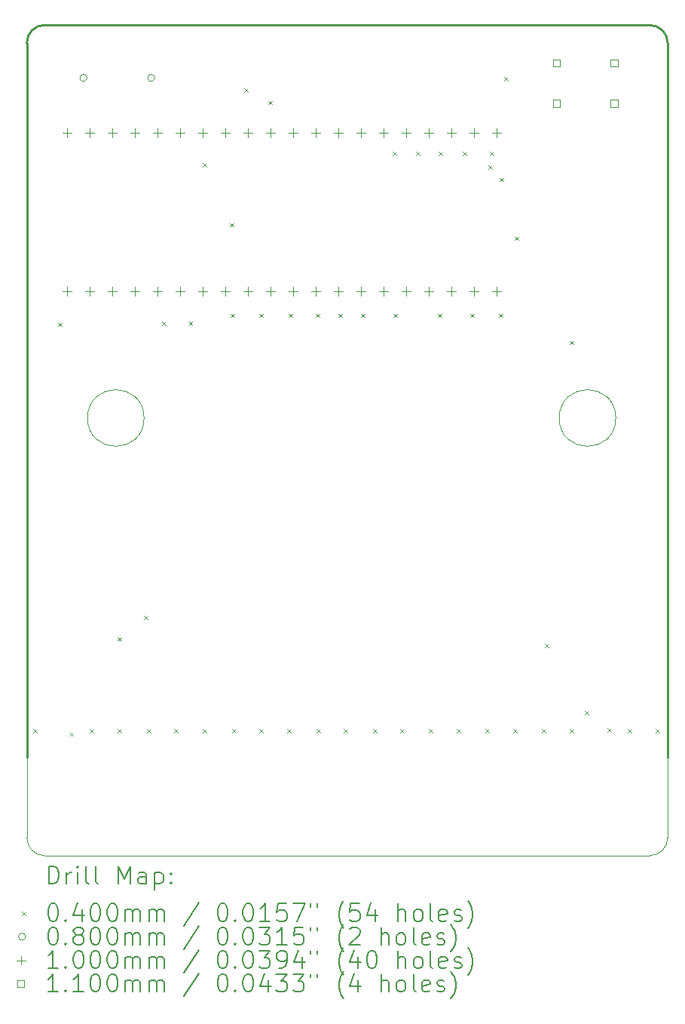
<source format=gbr>
%TF.GenerationSoftware,KiCad,Pcbnew,8.0.5*%
%TF.CreationDate,2024-10-04T03:51:19+02:00*%
%TF.ProjectId,SD-10005v,53442d31-3030-4303-9576-2e6b69636164,rev?*%
%TF.SameCoordinates,Original*%
%TF.FileFunction,Drillmap*%
%TF.FilePolarity,Positive*%
%FSLAX45Y45*%
G04 Gerber Fmt 4.5, Leading zero omitted, Abs format (unit mm)*
G04 Created by KiCad (PCBNEW 8.0.5) date 2024-10-04 03:51:19*
%MOMM*%
%LPD*%
G01*
G04 APERTURE LIST*
%ADD10C,0.100000*%
%ADD11C,0.254000*%
%ADD12C,0.120000*%
%ADD13C,0.200000*%
%ADD14C,0.110000*%
G04 APERTURE END LIST*
D10*
X13817500Y-7500000D02*
G75*
G02*
X13182500Y-7500000I-317500J0D01*
G01*
X13182500Y-7500000D02*
G75*
G02*
X13817500Y-7500000I317500J0D01*
G01*
D11*
X7400000Y-3091340D02*
X14200001Y-3091340D01*
D10*
X8517500Y-7500000D02*
G75*
G02*
X7882500Y-7500000I-317500J0D01*
G01*
X7882500Y-7500000D02*
G75*
G02*
X8517500Y-7500000I317500J0D01*
G01*
D11*
X7200000Y-3291340D02*
G75*
G02*
X7400000Y-3091340I200000J0D01*
G01*
X14400000Y-11310000D02*
X14400000Y-3291339D01*
X14200001Y-3091340D02*
G75*
G02*
X14400000Y-3291340I-1J-200000D01*
G01*
X7200000Y-11310000D02*
X7200000Y-3291340D01*
D12*
X7200000Y-12210000D02*
X7200000Y-11310000D01*
X7400000Y-12410000D02*
X14180000Y-12410000D01*
X14200000Y-12410000D02*
X14180000Y-12410000D01*
X14400000Y-12210000D02*
X14400000Y-11310000D01*
X7400000Y-12410000D02*
G75*
G02*
X7200000Y-12210000I0J200000D01*
G01*
X14400000Y-12210000D02*
G75*
G02*
X14200000Y-12410000I-200000J0D01*
G01*
D13*
D10*
X7269800Y-10990900D02*
X7309800Y-11030900D01*
X7309800Y-10990900D02*
X7269800Y-11030900D01*
X7549200Y-6431600D02*
X7589200Y-6471600D01*
X7589200Y-6431600D02*
X7549200Y-6471600D01*
X7683720Y-11027760D02*
X7723720Y-11067760D01*
X7723720Y-11027760D02*
X7683720Y-11067760D01*
X7904800Y-10990900D02*
X7944800Y-11030900D01*
X7944800Y-10990900D02*
X7904800Y-11030900D01*
X8222300Y-9962200D02*
X8262300Y-10002200D01*
X8262300Y-9962200D02*
X8222300Y-10002200D01*
X8222300Y-10990900D02*
X8262300Y-11030900D01*
X8262300Y-10990900D02*
X8222300Y-11030900D01*
X8514400Y-9720900D02*
X8554400Y-9760900D01*
X8554400Y-9720900D02*
X8514400Y-9760900D01*
X8552500Y-10990900D02*
X8592500Y-11030900D01*
X8592500Y-10990900D02*
X8552500Y-11030900D01*
X8722100Y-6418900D02*
X8762100Y-6458900D01*
X8762100Y-6418900D02*
X8722100Y-6458900D01*
X8857300Y-10990900D02*
X8897300Y-11030900D01*
X8897300Y-10990900D02*
X8857300Y-11030900D01*
X9020000Y-6418900D02*
X9060000Y-6458900D01*
X9060000Y-6418900D02*
X9020000Y-6458900D01*
X9174800Y-4640900D02*
X9214800Y-4680900D01*
X9214800Y-4640900D02*
X9174800Y-4680900D01*
X9174800Y-10990900D02*
X9214800Y-11030900D01*
X9214800Y-10990900D02*
X9174800Y-11030900D01*
X9479600Y-5314000D02*
X9519600Y-5354000D01*
X9519600Y-5314000D02*
X9479600Y-5354000D01*
X9492300Y-6330000D02*
X9532300Y-6370000D01*
X9532300Y-6330000D02*
X9492300Y-6370000D01*
X9505000Y-10990900D02*
X9545000Y-11030900D01*
X9545000Y-10990900D02*
X9505000Y-11030900D01*
X9644700Y-3802700D02*
X9684700Y-3842700D01*
X9684700Y-3802700D02*
X9644700Y-3842700D01*
X9809800Y-6330000D02*
X9849800Y-6370000D01*
X9849800Y-6330000D02*
X9809800Y-6370000D01*
X9809800Y-10990900D02*
X9849800Y-11030900D01*
X9849800Y-10990900D02*
X9809800Y-11030900D01*
X9911400Y-3942400D02*
X9951400Y-3982400D01*
X9951400Y-3942400D02*
X9911400Y-3982400D01*
X10127300Y-10990900D02*
X10167300Y-11030900D01*
X10167300Y-10990900D02*
X10127300Y-11030900D01*
X10140000Y-6330000D02*
X10180000Y-6370000D01*
X10180000Y-6330000D02*
X10140000Y-6370000D01*
X10444800Y-6330000D02*
X10484800Y-6370000D01*
X10484800Y-6330000D02*
X10444800Y-6370000D01*
X10457500Y-10990900D02*
X10497500Y-11030900D01*
X10497500Y-10990900D02*
X10457500Y-11030900D01*
X10698800Y-6330000D02*
X10738800Y-6370000D01*
X10738800Y-6330000D02*
X10698800Y-6370000D01*
X10762300Y-10990900D02*
X10802300Y-11030900D01*
X10802300Y-10990900D02*
X10762300Y-11030900D01*
X10952800Y-6330000D02*
X10992800Y-6370000D01*
X10992800Y-6330000D02*
X10952800Y-6370000D01*
X11092500Y-10990900D02*
X11132500Y-11030900D01*
X11132500Y-10990900D02*
X11092500Y-11030900D01*
X11308400Y-4513900D02*
X11348400Y-4553900D01*
X11348400Y-4513900D02*
X11308400Y-4553900D01*
X11321100Y-6330000D02*
X11361100Y-6370000D01*
X11361100Y-6330000D02*
X11321100Y-6370000D01*
X11397300Y-10990900D02*
X11437300Y-11030900D01*
X11437300Y-10990900D02*
X11397300Y-11030900D01*
X11575100Y-4513900D02*
X11615100Y-4553900D01*
X11615100Y-4513900D02*
X11575100Y-4553900D01*
X11714800Y-10990900D02*
X11754800Y-11030900D01*
X11754800Y-10990900D02*
X11714800Y-11030900D01*
X11816400Y-6330000D02*
X11856400Y-6370000D01*
X11856400Y-6330000D02*
X11816400Y-6370000D01*
X11829100Y-4513900D02*
X11869100Y-4553900D01*
X11869100Y-4513900D02*
X11829100Y-4553900D01*
X12032300Y-10990900D02*
X12072300Y-11030900D01*
X12072300Y-10990900D02*
X12032300Y-11030900D01*
X12095800Y-4513900D02*
X12135800Y-4553900D01*
X12135800Y-4513900D02*
X12095800Y-4553900D01*
X12184700Y-6330000D02*
X12224700Y-6370000D01*
X12224700Y-6330000D02*
X12184700Y-6370000D01*
X12349800Y-10990900D02*
X12389800Y-11030900D01*
X12389800Y-10990900D02*
X12349800Y-11030900D01*
X12387900Y-4666300D02*
X12427900Y-4706300D01*
X12427900Y-4666300D02*
X12387900Y-4706300D01*
X12400600Y-4513900D02*
X12440600Y-4553900D01*
X12440600Y-4513900D02*
X12400600Y-4553900D01*
X12502200Y-6330000D02*
X12542200Y-6370000D01*
X12542200Y-6330000D02*
X12502200Y-6370000D01*
X12514900Y-4806000D02*
X12554900Y-4846000D01*
X12554900Y-4806000D02*
X12514900Y-4846000D01*
X12565700Y-3675700D02*
X12605700Y-3715700D01*
X12605700Y-3675700D02*
X12565700Y-3715700D01*
X12667300Y-10990900D02*
X12707300Y-11030900D01*
X12707300Y-10990900D02*
X12667300Y-11030900D01*
X12680000Y-5466400D02*
X12720000Y-5506400D01*
X12720000Y-5466400D02*
X12680000Y-5506400D01*
X12984800Y-10990900D02*
X13024800Y-11030900D01*
X13024800Y-10990900D02*
X12984800Y-11030900D01*
X13020790Y-10033340D02*
X13060790Y-10073340D01*
X13060790Y-10033340D02*
X13020790Y-10073340D01*
X13302300Y-6634800D02*
X13342300Y-6674800D01*
X13342300Y-6634800D02*
X13302300Y-6674800D01*
X13302300Y-10990900D02*
X13342300Y-11030900D01*
X13342300Y-10990900D02*
X13302300Y-11030900D01*
X13472000Y-10787700D02*
X13512000Y-10827700D01*
X13512000Y-10787700D02*
X13472000Y-10827700D01*
X13724720Y-10981660D02*
X13764720Y-11021660D01*
X13764720Y-10981660D02*
X13724720Y-11021660D01*
X13950000Y-10990900D02*
X13990000Y-11030900D01*
X13990000Y-10990900D02*
X13950000Y-11030900D01*
X14267500Y-10990900D02*
X14307500Y-11030900D01*
X14307500Y-10990900D02*
X14267500Y-11030900D01*
X7875900Y-3683000D02*
G75*
G02*
X7795900Y-3683000I-40000J0D01*
G01*
X7795900Y-3683000D02*
G75*
G02*
X7875900Y-3683000I40000J0D01*
G01*
X8637900Y-3683000D02*
G75*
G02*
X8557900Y-3683000I-40000J0D01*
G01*
X8557900Y-3683000D02*
G75*
G02*
X8637900Y-3683000I40000J0D01*
G01*
X7650000Y-4250000D02*
X7650000Y-4350000D01*
X7600000Y-4300000D02*
X7700000Y-4300000D01*
X7652000Y-6030000D02*
X7652000Y-6130000D01*
X7602000Y-6080000D02*
X7702000Y-6080000D01*
X7904000Y-4250000D02*
X7904000Y-4350000D01*
X7854000Y-4300000D02*
X7954000Y-4300000D01*
X7906000Y-6030000D02*
X7906000Y-6130000D01*
X7856000Y-6080000D02*
X7956000Y-6080000D01*
X8158000Y-4250000D02*
X8158000Y-4350000D01*
X8108000Y-4300000D02*
X8208000Y-4300000D01*
X8160000Y-6030000D02*
X8160000Y-6130000D01*
X8110000Y-6080000D02*
X8210000Y-6080000D01*
X8412000Y-4250000D02*
X8412000Y-4350000D01*
X8362000Y-4300000D02*
X8462000Y-4300000D01*
X8414000Y-6030000D02*
X8414000Y-6130000D01*
X8364000Y-6080000D02*
X8464000Y-6080000D01*
X8666000Y-4250000D02*
X8666000Y-4350000D01*
X8616000Y-4300000D02*
X8716000Y-4300000D01*
X8668000Y-6030000D02*
X8668000Y-6130000D01*
X8618000Y-6080000D02*
X8718000Y-6080000D01*
X8920000Y-4250000D02*
X8920000Y-4350000D01*
X8870000Y-4300000D02*
X8970000Y-4300000D01*
X8922000Y-6030000D02*
X8922000Y-6130000D01*
X8872000Y-6080000D02*
X8972000Y-6080000D01*
X9174000Y-4250000D02*
X9174000Y-4350000D01*
X9124000Y-4300000D02*
X9224000Y-4300000D01*
X9176000Y-6030000D02*
X9176000Y-6130000D01*
X9126000Y-6080000D02*
X9226000Y-6080000D01*
X9428000Y-4250000D02*
X9428000Y-4350000D01*
X9378000Y-4300000D02*
X9478000Y-4300000D01*
X9430000Y-6030000D02*
X9430000Y-6130000D01*
X9380000Y-6080000D02*
X9480000Y-6080000D01*
X9682000Y-4250000D02*
X9682000Y-4350000D01*
X9632000Y-4300000D02*
X9732000Y-4300000D01*
X9684000Y-6030000D02*
X9684000Y-6130000D01*
X9634000Y-6080000D02*
X9734000Y-6080000D01*
X9936000Y-4250000D02*
X9936000Y-4350000D01*
X9886000Y-4300000D02*
X9986000Y-4300000D01*
X9938000Y-6030000D02*
X9938000Y-6130000D01*
X9888000Y-6080000D02*
X9988000Y-6080000D01*
X10190000Y-4250000D02*
X10190000Y-4350000D01*
X10140000Y-4300000D02*
X10240000Y-4300000D01*
X10192000Y-6030000D02*
X10192000Y-6130000D01*
X10142000Y-6080000D02*
X10242000Y-6080000D01*
X10444000Y-4250000D02*
X10444000Y-4350000D01*
X10394000Y-4300000D02*
X10494000Y-4300000D01*
X10446000Y-6030000D02*
X10446000Y-6130000D01*
X10396000Y-6080000D02*
X10496000Y-6080000D01*
X10698000Y-4250000D02*
X10698000Y-4350000D01*
X10648000Y-4300000D02*
X10748000Y-4300000D01*
X10700000Y-6030000D02*
X10700000Y-6130000D01*
X10650000Y-6080000D02*
X10750000Y-6080000D01*
X10952000Y-4250000D02*
X10952000Y-4350000D01*
X10902000Y-4300000D02*
X11002000Y-4300000D01*
X10954000Y-6030000D02*
X10954000Y-6130000D01*
X10904000Y-6080000D02*
X11004000Y-6080000D01*
X11206000Y-4250000D02*
X11206000Y-4350000D01*
X11156000Y-4300000D02*
X11256000Y-4300000D01*
X11208000Y-6030000D02*
X11208000Y-6130000D01*
X11158000Y-6080000D02*
X11258000Y-6080000D01*
X11460000Y-4250000D02*
X11460000Y-4350000D01*
X11410000Y-4300000D02*
X11510000Y-4300000D01*
X11462000Y-6030000D02*
X11462000Y-6130000D01*
X11412000Y-6080000D02*
X11512000Y-6080000D01*
X11714000Y-4250000D02*
X11714000Y-4350000D01*
X11664000Y-4300000D02*
X11764000Y-4300000D01*
X11716000Y-6030000D02*
X11716000Y-6130000D01*
X11666000Y-6080000D02*
X11766000Y-6080000D01*
X11968000Y-4250000D02*
X11968000Y-4350000D01*
X11918000Y-4300000D02*
X12018000Y-4300000D01*
X11970000Y-6030000D02*
X11970000Y-6130000D01*
X11920000Y-6080000D02*
X12020000Y-6080000D01*
X12222000Y-4250000D02*
X12222000Y-4350000D01*
X12172000Y-4300000D02*
X12272000Y-4300000D01*
X12224000Y-6030000D02*
X12224000Y-6130000D01*
X12174000Y-6080000D02*
X12274000Y-6080000D01*
X12476000Y-4250000D02*
X12476000Y-4350000D01*
X12426000Y-4300000D02*
X12526000Y-4300000D01*
X12478000Y-6030000D02*
X12478000Y-6130000D01*
X12428000Y-6080000D02*
X12528000Y-6080000D01*
D14*
X13188891Y-3558891D02*
X13188891Y-3481109D01*
X13111109Y-3481109D01*
X13111109Y-3558891D01*
X13188891Y-3558891D01*
X13188891Y-4008891D02*
X13188891Y-3931109D01*
X13111109Y-3931109D01*
X13111109Y-4008891D01*
X13188891Y-4008891D01*
X13838891Y-3558891D02*
X13838891Y-3481109D01*
X13761109Y-3481109D01*
X13761109Y-3558891D01*
X13838891Y-3558891D01*
X13838891Y-4008891D02*
X13838891Y-3931109D01*
X13761109Y-3931109D01*
X13761109Y-4008891D01*
X13838891Y-4008891D01*
D13*
X7448077Y-12727484D02*
X7448077Y-12527484D01*
X7448077Y-12527484D02*
X7495696Y-12527484D01*
X7495696Y-12527484D02*
X7524267Y-12537008D01*
X7524267Y-12537008D02*
X7543315Y-12556055D01*
X7543315Y-12556055D02*
X7552839Y-12575103D01*
X7552839Y-12575103D02*
X7562362Y-12613198D01*
X7562362Y-12613198D02*
X7562362Y-12641769D01*
X7562362Y-12641769D02*
X7552839Y-12679865D01*
X7552839Y-12679865D02*
X7543315Y-12698912D01*
X7543315Y-12698912D02*
X7524267Y-12717960D01*
X7524267Y-12717960D02*
X7495696Y-12727484D01*
X7495696Y-12727484D02*
X7448077Y-12727484D01*
X7648077Y-12727484D02*
X7648077Y-12594150D01*
X7648077Y-12632246D02*
X7657601Y-12613198D01*
X7657601Y-12613198D02*
X7667124Y-12603674D01*
X7667124Y-12603674D02*
X7686172Y-12594150D01*
X7686172Y-12594150D02*
X7705220Y-12594150D01*
X7771886Y-12727484D02*
X7771886Y-12594150D01*
X7771886Y-12527484D02*
X7762362Y-12537008D01*
X7762362Y-12537008D02*
X7771886Y-12546531D01*
X7771886Y-12546531D02*
X7781410Y-12537008D01*
X7781410Y-12537008D02*
X7771886Y-12527484D01*
X7771886Y-12527484D02*
X7771886Y-12546531D01*
X7895696Y-12727484D02*
X7876648Y-12717960D01*
X7876648Y-12717960D02*
X7867124Y-12698912D01*
X7867124Y-12698912D02*
X7867124Y-12527484D01*
X8000458Y-12727484D02*
X7981410Y-12717960D01*
X7981410Y-12717960D02*
X7971886Y-12698912D01*
X7971886Y-12698912D02*
X7971886Y-12527484D01*
X8229029Y-12727484D02*
X8229029Y-12527484D01*
X8229029Y-12527484D02*
X8295696Y-12670341D01*
X8295696Y-12670341D02*
X8362362Y-12527484D01*
X8362362Y-12527484D02*
X8362362Y-12727484D01*
X8543315Y-12727484D02*
X8543315Y-12622722D01*
X8543315Y-12622722D02*
X8533791Y-12603674D01*
X8533791Y-12603674D02*
X8514744Y-12594150D01*
X8514744Y-12594150D02*
X8476648Y-12594150D01*
X8476648Y-12594150D02*
X8457601Y-12603674D01*
X8543315Y-12717960D02*
X8524267Y-12727484D01*
X8524267Y-12727484D02*
X8476648Y-12727484D01*
X8476648Y-12727484D02*
X8457601Y-12717960D01*
X8457601Y-12717960D02*
X8448077Y-12698912D01*
X8448077Y-12698912D02*
X8448077Y-12679865D01*
X8448077Y-12679865D02*
X8457601Y-12660817D01*
X8457601Y-12660817D02*
X8476648Y-12651293D01*
X8476648Y-12651293D02*
X8524267Y-12651293D01*
X8524267Y-12651293D02*
X8543315Y-12641769D01*
X8638553Y-12594150D02*
X8638553Y-12794150D01*
X8638553Y-12603674D02*
X8657601Y-12594150D01*
X8657601Y-12594150D02*
X8695696Y-12594150D01*
X8695696Y-12594150D02*
X8714744Y-12603674D01*
X8714744Y-12603674D02*
X8724267Y-12613198D01*
X8724267Y-12613198D02*
X8733791Y-12632246D01*
X8733791Y-12632246D02*
X8733791Y-12689388D01*
X8733791Y-12689388D02*
X8724267Y-12708436D01*
X8724267Y-12708436D02*
X8714744Y-12717960D01*
X8714744Y-12717960D02*
X8695696Y-12727484D01*
X8695696Y-12727484D02*
X8657601Y-12727484D01*
X8657601Y-12727484D02*
X8638553Y-12717960D01*
X8819505Y-12708436D02*
X8829029Y-12717960D01*
X8829029Y-12717960D02*
X8819505Y-12727484D01*
X8819505Y-12727484D02*
X8809982Y-12717960D01*
X8809982Y-12717960D02*
X8819505Y-12708436D01*
X8819505Y-12708436D02*
X8819505Y-12727484D01*
X8819505Y-12603674D02*
X8829029Y-12613198D01*
X8829029Y-12613198D02*
X8819505Y-12622722D01*
X8819505Y-12622722D02*
X8809982Y-12613198D01*
X8809982Y-12613198D02*
X8819505Y-12603674D01*
X8819505Y-12603674D02*
X8819505Y-12622722D01*
D10*
X7147300Y-13036000D02*
X7187300Y-13076000D01*
X7187300Y-13036000D02*
X7147300Y-13076000D01*
D13*
X7486172Y-12947484D02*
X7505220Y-12947484D01*
X7505220Y-12947484D02*
X7524267Y-12957008D01*
X7524267Y-12957008D02*
X7533791Y-12966531D01*
X7533791Y-12966531D02*
X7543315Y-12985579D01*
X7543315Y-12985579D02*
X7552839Y-13023674D01*
X7552839Y-13023674D02*
X7552839Y-13071293D01*
X7552839Y-13071293D02*
X7543315Y-13109388D01*
X7543315Y-13109388D02*
X7533791Y-13128436D01*
X7533791Y-13128436D02*
X7524267Y-13137960D01*
X7524267Y-13137960D02*
X7505220Y-13147484D01*
X7505220Y-13147484D02*
X7486172Y-13147484D01*
X7486172Y-13147484D02*
X7467124Y-13137960D01*
X7467124Y-13137960D02*
X7457601Y-13128436D01*
X7457601Y-13128436D02*
X7448077Y-13109388D01*
X7448077Y-13109388D02*
X7438553Y-13071293D01*
X7438553Y-13071293D02*
X7438553Y-13023674D01*
X7438553Y-13023674D02*
X7448077Y-12985579D01*
X7448077Y-12985579D02*
X7457601Y-12966531D01*
X7457601Y-12966531D02*
X7467124Y-12957008D01*
X7467124Y-12957008D02*
X7486172Y-12947484D01*
X7638553Y-13128436D02*
X7648077Y-13137960D01*
X7648077Y-13137960D02*
X7638553Y-13147484D01*
X7638553Y-13147484D02*
X7629029Y-13137960D01*
X7629029Y-13137960D02*
X7638553Y-13128436D01*
X7638553Y-13128436D02*
X7638553Y-13147484D01*
X7819505Y-13014150D02*
X7819505Y-13147484D01*
X7771886Y-12937960D02*
X7724267Y-13080817D01*
X7724267Y-13080817D02*
X7848077Y-13080817D01*
X7962362Y-12947484D02*
X7981410Y-12947484D01*
X7981410Y-12947484D02*
X8000458Y-12957008D01*
X8000458Y-12957008D02*
X8009982Y-12966531D01*
X8009982Y-12966531D02*
X8019505Y-12985579D01*
X8019505Y-12985579D02*
X8029029Y-13023674D01*
X8029029Y-13023674D02*
X8029029Y-13071293D01*
X8029029Y-13071293D02*
X8019505Y-13109388D01*
X8019505Y-13109388D02*
X8009982Y-13128436D01*
X8009982Y-13128436D02*
X8000458Y-13137960D01*
X8000458Y-13137960D02*
X7981410Y-13147484D01*
X7981410Y-13147484D02*
X7962362Y-13147484D01*
X7962362Y-13147484D02*
X7943315Y-13137960D01*
X7943315Y-13137960D02*
X7933791Y-13128436D01*
X7933791Y-13128436D02*
X7924267Y-13109388D01*
X7924267Y-13109388D02*
X7914743Y-13071293D01*
X7914743Y-13071293D02*
X7914743Y-13023674D01*
X7914743Y-13023674D02*
X7924267Y-12985579D01*
X7924267Y-12985579D02*
X7933791Y-12966531D01*
X7933791Y-12966531D02*
X7943315Y-12957008D01*
X7943315Y-12957008D02*
X7962362Y-12947484D01*
X8152839Y-12947484D02*
X8171886Y-12947484D01*
X8171886Y-12947484D02*
X8190934Y-12957008D01*
X8190934Y-12957008D02*
X8200458Y-12966531D01*
X8200458Y-12966531D02*
X8209982Y-12985579D01*
X8209982Y-12985579D02*
X8219505Y-13023674D01*
X8219505Y-13023674D02*
X8219505Y-13071293D01*
X8219505Y-13071293D02*
X8209982Y-13109388D01*
X8209982Y-13109388D02*
X8200458Y-13128436D01*
X8200458Y-13128436D02*
X8190934Y-13137960D01*
X8190934Y-13137960D02*
X8171886Y-13147484D01*
X8171886Y-13147484D02*
X8152839Y-13147484D01*
X8152839Y-13147484D02*
X8133791Y-13137960D01*
X8133791Y-13137960D02*
X8124267Y-13128436D01*
X8124267Y-13128436D02*
X8114743Y-13109388D01*
X8114743Y-13109388D02*
X8105220Y-13071293D01*
X8105220Y-13071293D02*
X8105220Y-13023674D01*
X8105220Y-13023674D02*
X8114743Y-12985579D01*
X8114743Y-12985579D02*
X8124267Y-12966531D01*
X8124267Y-12966531D02*
X8133791Y-12957008D01*
X8133791Y-12957008D02*
X8152839Y-12947484D01*
X8305220Y-13147484D02*
X8305220Y-13014150D01*
X8305220Y-13033198D02*
X8314743Y-13023674D01*
X8314743Y-13023674D02*
X8333791Y-13014150D01*
X8333791Y-13014150D02*
X8362363Y-13014150D01*
X8362363Y-13014150D02*
X8381410Y-13023674D01*
X8381410Y-13023674D02*
X8390934Y-13042722D01*
X8390934Y-13042722D02*
X8390934Y-13147484D01*
X8390934Y-13042722D02*
X8400458Y-13023674D01*
X8400458Y-13023674D02*
X8419505Y-13014150D01*
X8419505Y-13014150D02*
X8448077Y-13014150D01*
X8448077Y-13014150D02*
X8467125Y-13023674D01*
X8467125Y-13023674D02*
X8476648Y-13042722D01*
X8476648Y-13042722D02*
X8476648Y-13147484D01*
X8571886Y-13147484D02*
X8571886Y-13014150D01*
X8571886Y-13033198D02*
X8581410Y-13023674D01*
X8581410Y-13023674D02*
X8600458Y-13014150D01*
X8600458Y-13014150D02*
X8629029Y-13014150D01*
X8629029Y-13014150D02*
X8648077Y-13023674D01*
X8648077Y-13023674D02*
X8657601Y-13042722D01*
X8657601Y-13042722D02*
X8657601Y-13147484D01*
X8657601Y-13042722D02*
X8667125Y-13023674D01*
X8667125Y-13023674D02*
X8686172Y-13014150D01*
X8686172Y-13014150D02*
X8714744Y-13014150D01*
X8714744Y-13014150D02*
X8733791Y-13023674D01*
X8733791Y-13023674D02*
X8743315Y-13042722D01*
X8743315Y-13042722D02*
X8743315Y-13147484D01*
X9133791Y-12937960D02*
X8962363Y-13195103D01*
X9390934Y-12947484D02*
X9409982Y-12947484D01*
X9409982Y-12947484D02*
X9429029Y-12957008D01*
X9429029Y-12957008D02*
X9438553Y-12966531D01*
X9438553Y-12966531D02*
X9448077Y-12985579D01*
X9448077Y-12985579D02*
X9457601Y-13023674D01*
X9457601Y-13023674D02*
X9457601Y-13071293D01*
X9457601Y-13071293D02*
X9448077Y-13109388D01*
X9448077Y-13109388D02*
X9438553Y-13128436D01*
X9438553Y-13128436D02*
X9429029Y-13137960D01*
X9429029Y-13137960D02*
X9409982Y-13147484D01*
X9409982Y-13147484D02*
X9390934Y-13147484D01*
X9390934Y-13147484D02*
X9371887Y-13137960D01*
X9371887Y-13137960D02*
X9362363Y-13128436D01*
X9362363Y-13128436D02*
X9352839Y-13109388D01*
X9352839Y-13109388D02*
X9343315Y-13071293D01*
X9343315Y-13071293D02*
X9343315Y-13023674D01*
X9343315Y-13023674D02*
X9352839Y-12985579D01*
X9352839Y-12985579D02*
X9362363Y-12966531D01*
X9362363Y-12966531D02*
X9371887Y-12957008D01*
X9371887Y-12957008D02*
X9390934Y-12947484D01*
X9543315Y-13128436D02*
X9552839Y-13137960D01*
X9552839Y-13137960D02*
X9543315Y-13147484D01*
X9543315Y-13147484D02*
X9533791Y-13137960D01*
X9533791Y-13137960D02*
X9543315Y-13128436D01*
X9543315Y-13128436D02*
X9543315Y-13147484D01*
X9676648Y-12947484D02*
X9695696Y-12947484D01*
X9695696Y-12947484D02*
X9714744Y-12957008D01*
X9714744Y-12957008D02*
X9724268Y-12966531D01*
X9724268Y-12966531D02*
X9733791Y-12985579D01*
X9733791Y-12985579D02*
X9743315Y-13023674D01*
X9743315Y-13023674D02*
X9743315Y-13071293D01*
X9743315Y-13071293D02*
X9733791Y-13109388D01*
X9733791Y-13109388D02*
X9724268Y-13128436D01*
X9724268Y-13128436D02*
X9714744Y-13137960D01*
X9714744Y-13137960D02*
X9695696Y-13147484D01*
X9695696Y-13147484D02*
X9676648Y-13147484D01*
X9676648Y-13147484D02*
X9657601Y-13137960D01*
X9657601Y-13137960D02*
X9648077Y-13128436D01*
X9648077Y-13128436D02*
X9638553Y-13109388D01*
X9638553Y-13109388D02*
X9629029Y-13071293D01*
X9629029Y-13071293D02*
X9629029Y-13023674D01*
X9629029Y-13023674D02*
X9638553Y-12985579D01*
X9638553Y-12985579D02*
X9648077Y-12966531D01*
X9648077Y-12966531D02*
X9657601Y-12957008D01*
X9657601Y-12957008D02*
X9676648Y-12947484D01*
X9933791Y-13147484D02*
X9819506Y-13147484D01*
X9876648Y-13147484D02*
X9876648Y-12947484D01*
X9876648Y-12947484D02*
X9857601Y-12976055D01*
X9857601Y-12976055D02*
X9838553Y-12995103D01*
X9838553Y-12995103D02*
X9819506Y-13004627D01*
X10114744Y-12947484D02*
X10019506Y-12947484D01*
X10019506Y-12947484D02*
X10009982Y-13042722D01*
X10009982Y-13042722D02*
X10019506Y-13033198D01*
X10019506Y-13033198D02*
X10038553Y-13023674D01*
X10038553Y-13023674D02*
X10086172Y-13023674D01*
X10086172Y-13023674D02*
X10105220Y-13033198D01*
X10105220Y-13033198D02*
X10114744Y-13042722D01*
X10114744Y-13042722D02*
X10124268Y-13061769D01*
X10124268Y-13061769D02*
X10124268Y-13109388D01*
X10124268Y-13109388D02*
X10114744Y-13128436D01*
X10114744Y-13128436D02*
X10105220Y-13137960D01*
X10105220Y-13137960D02*
X10086172Y-13147484D01*
X10086172Y-13147484D02*
X10038553Y-13147484D01*
X10038553Y-13147484D02*
X10019506Y-13137960D01*
X10019506Y-13137960D02*
X10009982Y-13128436D01*
X10190934Y-12947484D02*
X10324268Y-12947484D01*
X10324268Y-12947484D02*
X10238553Y-13147484D01*
X10390934Y-12947484D02*
X10390934Y-12985579D01*
X10467125Y-12947484D02*
X10467125Y-12985579D01*
X10762363Y-13223674D02*
X10752839Y-13214150D01*
X10752839Y-13214150D02*
X10733791Y-13185579D01*
X10733791Y-13185579D02*
X10724268Y-13166531D01*
X10724268Y-13166531D02*
X10714744Y-13137960D01*
X10714744Y-13137960D02*
X10705220Y-13090341D01*
X10705220Y-13090341D02*
X10705220Y-13052246D01*
X10705220Y-13052246D02*
X10714744Y-13004627D01*
X10714744Y-13004627D02*
X10724268Y-12976055D01*
X10724268Y-12976055D02*
X10733791Y-12957008D01*
X10733791Y-12957008D02*
X10752839Y-12928436D01*
X10752839Y-12928436D02*
X10762363Y-12918912D01*
X10933791Y-12947484D02*
X10838553Y-12947484D01*
X10838553Y-12947484D02*
X10829030Y-13042722D01*
X10829030Y-13042722D02*
X10838553Y-13033198D01*
X10838553Y-13033198D02*
X10857601Y-13023674D01*
X10857601Y-13023674D02*
X10905220Y-13023674D01*
X10905220Y-13023674D02*
X10924268Y-13033198D01*
X10924268Y-13033198D02*
X10933791Y-13042722D01*
X10933791Y-13042722D02*
X10943315Y-13061769D01*
X10943315Y-13061769D02*
X10943315Y-13109388D01*
X10943315Y-13109388D02*
X10933791Y-13128436D01*
X10933791Y-13128436D02*
X10924268Y-13137960D01*
X10924268Y-13137960D02*
X10905220Y-13147484D01*
X10905220Y-13147484D02*
X10857601Y-13147484D01*
X10857601Y-13147484D02*
X10838553Y-13137960D01*
X10838553Y-13137960D02*
X10829030Y-13128436D01*
X11114744Y-13014150D02*
X11114744Y-13147484D01*
X11067125Y-12937960D02*
X11019506Y-13080817D01*
X11019506Y-13080817D02*
X11143315Y-13080817D01*
X11371887Y-13147484D02*
X11371887Y-12947484D01*
X11457601Y-13147484D02*
X11457601Y-13042722D01*
X11457601Y-13042722D02*
X11448077Y-13023674D01*
X11448077Y-13023674D02*
X11429030Y-13014150D01*
X11429030Y-13014150D02*
X11400458Y-13014150D01*
X11400458Y-13014150D02*
X11381410Y-13023674D01*
X11381410Y-13023674D02*
X11371887Y-13033198D01*
X11581410Y-13147484D02*
X11562363Y-13137960D01*
X11562363Y-13137960D02*
X11552839Y-13128436D01*
X11552839Y-13128436D02*
X11543315Y-13109388D01*
X11543315Y-13109388D02*
X11543315Y-13052246D01*
X11543315Y-13052246D02*
X11552839Y-13033198D01*
X11552839Y-13033198D02*
X11562363Y-13023674D01*
X11562363Y-13023674D02*
X11581410Y-13014150D01*
X11581410Y-13014150D02*
X11609982Y-13014150D01*
X11609982Y-13014150D02*
X11629030Y-13023674D01*
X11629030Y-13023674D02*
X11638553Y-13033198D01*
X11638553Y-13033198D02*
X11648077Y-13052246D01*
X11648077Y-13052246D02*
X11648077Y-13109388D01*
X11648077Y-13109388D02*
X11638553Y-13128436D01*
X11638553Y-13128436D02*
X11629030Y-13137960D01*
X11629030Y-13137960D02*
X11609982Y-13147484D01*
X11609982Y-13147484D02*
X11581410Y-13147484D01*
X11762363Y-13147484D02*
X11743315Y-13137960D01*
X11743315Y-13137960D02*
X11733791Y-13118912D01*
X11733791Y-13118912D02*
X11733791Y-12947484D01*
X11914744Y-13137960D02*
X11895696Y-13147484D01*
X11895696Y-13147484D02*
X11857601Y-13147484D01*
X11857601Y-13147484D02*
X11838553Y-13137960D01*
X11838553Y-13137960D02*
X11829030Y-13118912D01*
X11829030Y-13118912D02*
X11829030Y-13042722D01*
X11829030Y-13042722D02*
X11838553Y-13023674D01*
X11838553Y-13023674D02*
X11857601Y-13014150D01*
X11857601Y-13014150D02*
X11895696Y-13014150D01*
X11895696Y-13014150D02*
X11914744Y-13023674D01*
X11914744Y-13023674D02*
X11924268Y-13042722D01*
X11924268Y-13042722D02*
X11924268Y-13061769D01*
X11924268Y-13061769D02*
X11829030Y-13080817D01*
X12000458Y-13137960D02*
X12019506Y-13147484D01*
X12019506Y-13147484D02*
X12057601Y-13147484D01*
X12057601Y-13147484D02*
X12076649Y-13137960D01*
X12076649Y-13137960D02*
X12086172Y-13118912D01*
X12086172Y-13118912D02*
X12086172Y-13109388D01*
X12086172Y-13109388D02*
X12076649Y-13090341D01*
X12076649Y-13090341D02*
X12057601Y-13080817D01*
X12057601Y-13080817D02*
X12029030Y-13080817D01*
X12029030Y-13080817D02*
X12009982Y-13071293D01*
X12009982Y-13071293D02*
X12000458Y-13052246D01*
X12000458Y-13052246D02*
X12000458Y-13042722D01*
X12000458Y-13042722D02*
X12009982Y-13023674D01*
X12009982Y-13023674D02*
X12029030Y-13014150D01*
X12029030Y-13014150D02*
X12057601Y-13014150D01*
X12057601Y-13014150D02*
X12076649Y-13023674D01*
X12152839Y-13223674D02*
X12162363Y-13214150D01*
X12162363Y-13214150D02*
X12181411Y-13185579D01*
X12181411Y-13185579D02*
X12190934Y-13166531D01*
X12190934Y-13166531D02*
X12200458Y-13137960D01*
X12200458Y-13137960D02*
X12209982Y-13090341D01*
X12209982Y-13090341D02*
X12209982Y-13052246D01*
X12209982Y-13052246D02*
X12200458Y-13004627D01*
X12200458Y-13004627D02*
X12190934Y-12976055D01*
X12190934Y-12976055D02*
X12181411Y-12957008D01*
X12181411Y-12957008D02*
X12162363Y-12928436D01*
X12162363Y-12928436D02*
X12152839Y-12918912D01*
D10*
X7187300Y-13320000D02*
G75*
G02*
X7107300Y-13320000I-40000J0D01*
G01*
X7107300Y-13320000D02*
G75*
G02*
X7187300Y-13320000I40000J0D01*
G01*
D13*
X7486172Y-13211484D02*
X7505220Y-13211484D01*
X7505220Y-13211484D02*
X7524267Y-13221008D01*
X7524267Y-13221008D02*
X7533791Y-13230531D01*
X7533791Y-13230531D02*
X7543315Y-13249579D01*
X7543315Y-13249579D02*
X7552839Y-13287674D01*
X7552839Y-13287674D02*
X7552839Y-13335293D01*
X7552839Y-13335293D02*
X7543315Y-13373388D01*
X7543315Y-13373388D02*
X7533791Y-13392436D01*
X7533791Y-13392436D02*
X7524267Y-13401960D01*
X7524267Y-13401960D02*
X7505220Y-13411484D01*
X7505220Y-13411484D02*
X7486172Y-13411484D01*
X7486172Y-13411484D02*
X7467124Y-13401960D01*
X7467124Y-13401960D02*
X7457601Y-13392436D01*
X7457601Y-13392436D02*
X7448077Y-13373388D01*
X7448077Y-13373388D02*
X7438553Y-13335293D01*
X7438553Y-13335293D02*
X7438553Y-13287674D01*
X7438553Y-13287674D02*
X7448077Y-13249579D01*
X7448077Y-13249579D02*
X7457601Y-13230531D01*
X7457601Y-13230531D02*
X7467124Y-13221008D01*
X7467124Y-13221008D02*
X7486172Y-13211484D01*
X7638553Y-13392436D02*
X7648077Y-13401960D01*
X7648077Y-13401960D02*
X7638553Y-13411484D01*
X7638553Y-13411484D02*
X7629029Y-13401960D01*
X7629029Y-13401960D02*
X7638553Y-13392436D01*
X7638553Y-13392436D02*
X7638553Y-13411484D01*
X7762362Y-13297198D02*
X7743315Y-13287674D01*
X7743315Y-13287674D02*
X7733791Y-13278150D01*
X7733791Y-13278150D02*
X7724267Y-13259103D01*
X7724267Y-13259103D02*
X7724267Y-13249579D01*
X7724267Y-13249579D02*
X7733791Y-13230531D01*
X7733791Y-13230531D02*
X7743315Y-13221008D01*
X7743315Y-13221008D02*
X7762362Y-13211484D01*
X7762362Y-13211484D02*
X7800458Y-13211484D01*
X7800458Y-13211484D02*
X7819505Y-13221008D01*
X7819505Y-13221008D02*
X7829029Y-13230531D01*
X7829029Y-13230531D02*
X7838553Y-13249579D01*
X7838553Y-13249579D02*
X7838553Y-13259103D01*
X7838553Y-13259103D02*
X7829029Y-13278150D01*
X7829029Y-13278150D02*
X7819505Y-13287674D01*
X7819505Y-13287674D02*
X7800458Y-13297198D01*
X7800458Y-13297198D02*
X7762362Y-13297198D01*
X7762362Y-13297198D02*
X7743315Y-13306722D01*
X7743315Y-13306722D02*
X7733791Y-13316246D01*
X7733791Y-13316246D02*
X7724267Y-13335293D01*
X7724267Y-13335293D02*
X7724267Y-13373388D01*
X7724267Y-13373388D02*
X7733791Y-13392436D01*
X7733791Y-13392436D02*
X7743315Y-13401960D01*
X7743315Y-13401960D02*
X7762362Y-13411484D01*
X7762362Y-13411484D02*
X7800458Y-13411484D01*
X7800458Y-13411484D02*
X7819505Y-13401960D01*
X7819505Y-13401960D02*
X7829029Y-13392436D01*
X7829029Y-13392436D02*
X7838553Y-13373388D01*
X7838553Y-13373388D02*
X7838553Y-13335293D01*
X7838553Y-13335293D02*
X7829029Y-13316246D01*
X7829029Y-13316246D02*
X7819505Y-13306722D01*
X7819505Y-13306722D02*
X7800458Y-13297198D01*
X7962362Y-13211484D02*
X7981410Y-13211484D01*
X7981410Y-13211484D02*
X8000458Y-13221008D01*
X8000458Y-13221008D02*
X8009982Y-13230531D01*
X8009982Y-13230531D02*
X8019505Y-13249579D01*
X8019505Y-13249579D02*
X8029029Y-13287674D01*
X8029029Y-13287674D02*
X8029029Y-13335293D01*
X8029029Y-13335293D02*
X8019505Y-13373388D01*
X8019505Y-13373388D02*
X8009982Y-13392436D01*
X8009982Y-13392436D02*
X8000458Y-13401960D01*
X8000458Y-13401960D02*
X7981410Y-13411484D01*
X7981410Y-13411484D02*
X7962362Y-13411484D01*
X7962362Y-13411484D02*
X7943315Y-13401960D01*
X7943315Y-13401960D02*
X7933791Y-13392436D01*
X7933791Y-13392436D02*
X7924267Y-13373388D01*
X7924267Y-13373388D02*
X7914743Y-13335293D01*
X7914743Y-13335293D02*
X7914743Y-13287674D01*
X7914743Y-13287674D02*
X7924267Y-13249579D01*
X7924267Y-13249579D02*
X7933791Y-13230531D01*
X7933791Y-13230531D02*
X7943315Y-13221008D01*
X7943315Y-13221008D02*
X7962362Y-13211484D01*
X8152839Y-13211484D02*
X8171886Y-13211484D01*
X8171886Y-13211484D02*
X8190934Y-13221008D01*
X8190934Y-13221008D02*
X8200458Y-13230531D01*
X8200458Y-13230531D02*
X8209982Y-13249579D01*
X8209982Y-13249579D02*
X8219505Y-13287674D01*
X8219505Y-13287674D02*
X8219505Y-13335293D01*
X8219505Y-13335293D02*
X8209982Y-13373388D01*
X8209982Y-13373388D02*
X8200458Y-13392436D01*
X8200458Y-13392436D02*
X8190934Y-13401960D01*
X8190934Y-13401960D02*
X8171886Y-13411484D01*
X8171886Y-13411484D02*
X8152839Y-13411484D01*
X8152839Y-13411484D02*
X8133791Y-13401960D01*
X8133791Y-13401960D02*
X8124267Y-13392436D01*
X8124267Y-13392436D02*
X8114743Y-13373388D01*
X8114743Y-13373388D02*
X8105220Y-13335293D01*
X8105220Y-13335293D02*
X8105220Y-13287674D01*
X8105220Y-13287674D02*
X8114743Y-13249579D01*
X8114743Y-13249579D02*
X8124267Y-13230531D01*
X8124267Y-13230531D02*
X8133791Y-13221008D01*
X8133791Y-13221008D02*
X8152839Y-13211484D01*
X8305220Y-13411484D02*
X8305220Y-13278150D01*
X8305220Y-13297198D02*
X8314743Y-13287674D01*
X8314743Y-13287674D02*
X8333791Y-13278150D01*
X8333791Y-13278150D02*
X8362363Y-13278150D01*
X8362363Y-13278150D02*
X8381410Y-13287674D01*
X8381410Y-13287674D02*
X8390934Y-13306722D01*
X8390934Y-13306722D02*
X8390934Y-13411484D01*
X8390934Y-13306722D02*
X8400458Y-13287674D01*
X8400458Y-13287674D02*
X8419505Y-13278150D01*
X8419505Y-13278150D02*
X8448077Y-13278150D01*
X8448077Y-13278150D02*
X8467125Y-13287674D01*
X8467125Y-13287674D02*
X8476648Y-13306722D01*
X8476648Y-13306722D02*
X8476648Y-13411484D01*
X8571886Y-13411484D02*
X8571886Y-13278150D01*
X8571886Y-13297198D02*
X8581410Y-13287674D01*
X8581410Y-13287674D02*
X8600458Y-13278150D01*
X8600458Y-13278150D02*
X8629029Y-13278150D01*
X8629029Y-13278150D02*
X8648077Y-13287674D01*
X8648077Y-13287674D02*
X8657601Y-13306722D01*
X8657601Y-13306722D02*
X8657601Y-13411484D01*
X8657601Y-13306722D02*
X8667125Y-13287674D01*
X8667125Y-13287674D02*
X8686172Y-13278150D01*
X8686172Y-13278150D02*
X8714744Y-13278150D01*
X8714744Y-13278150D02*
X8733791Y-13287674D01*
X8733791Y-13287674D02*
X8743315Y-13306722D01*
X8743315Y-13306722D02*
X8743315Y-13411484D01*
X9133791Y-13201960D02*
X8962363Y-13459103D01*
X9390934Y-13211484D02*
X9409982Y-13211484D01*
X9409982Y-13211484D02*
X9429029Y-13221008D01*
X9429029Y-13221008D02*
X9438553Y-13230531D01*
X9438553Y-13230531D02*
X9448077Y-13249579D01*
X9448077Y-13249579D02*
X9457601Y-13287674D01*
X9457601Y-13287674D02*
X9457601Y-13335293D01*
X9457601Y-13335293D02*
X9448077Y-13373388D01*
X9448077Y-13373388D02*
X9438553Y-13392436D01*
X9438553Y-13392436D02*
X9429029Y-13401960D01*
X9429029Y-13401960D02*
X9409982Y-13411484D01*
X9409982Y-13411484D02*
X9390934Y-13411484D01*
X9390934Y-13411484D02*
X9371887Y-13401960D01*
X9371887Y-13401960D02*
X9362363Y-13392436D01*
X9362363Y-13392436D02*
X9352839Y-13373388D01*
X9352839Y-13373388D02*
X9343315Y-13335293D01*
X9343315Y-13335293D02*
X9343315Y-13287674D01*
X9343315Y-13287674D02*
X9352839Y-13249579D01*
X9352839Y-13249579D02*
X9362363Y-13230531D01*
X9362363Y-13230531D02*
X9371887Y-13221008D01*
X9371887Y-13221008D02*
X9390934Y-13211484D01*
X9543315Y-13392436D02*
X9552839Y-13401960D01*
X9552839Y-13401960D02*
X9543315Y-13411484D01*
X9543315Y-13411484D02*
X9533791Y-13401960D01*
X9533791Y-13401960D02*
X9543315Y-13392436D01*
X9543315Y-13392436D02*
X9543315Y-13411484D01*
X9676648Y-13211484D02*
X9695696Y-13211484D01*
X9695696Y-13211484D02*
X9714744Y-13221008D01*
X9714744Y-13221008D02*
X9724268Y-13230531D01*
X9724268Y-13230531D02*
X9733791Y-13249579D01*
X9733791Y-13249579D02*
X9743315Y-13287674D01*
X9743315Y-13287674D02*
X9743315Y-13335293D01*
X9743315Y-13335293D02*
X9733791Y-13373388D01*
X9733791Y-13373388D02*
X9724268Y-13392436D01*
X9724268Y-13392436D02*
X9714744Y-13401960D01*
X9714744Y-13401960D02*
X9695696Y-13411484D01*
X9695696Y-13411484D02*
X9676648Y-13411484D01*
X9676648Y-13411484D02*
X9657601Y-13401960D01*
X9657601Y-13401960D02*
X9648077Y-13392436D01*
X9648077Y-13392436D02*
X9638553Y-13373388D01*
X9638553Y-13373388D02*
X9629029Y-13335293D01*
X9629029Y-13335293D02*
X9629029Y-13287674D01*
X9629029Y-13287674D02*
X9638553Y-13249579D01*
X9638553Y-13249579D02*
X9648077Y-13230531D01*
X9648077Y-13230531D02*
X9657601Y-13221008D01*
X9657601Y-13221008D02*
X9676648Y-13211484D01*
X9809982Y-13211484D02*
X9933791Y-13211484D01*
X9933791Y-13211484D02*
X9867125Y-13287674D01*
X9867125Y-13287674D02*
X9895696Y-13287674D01*
X9895696Y-13287674D02*
X9914744Y-13297198D01*
X9914744Y-13297198D02*
X9924268Y-13306722D01*
X9924268Y-13306722D02*
X9933791Y-13325769D01*
X9933791Y-13325769D02*
X9933791Y-13373388D01*
X9933791Y-13373388D02*
X9924268Y-13392436D01*
X9924268Y-13392436D02*
X9914744Y-13401960D01*
X9914744Y-13401960D02*
X9895696Y-13411484D01*
X9895696Y-13411484D02*
X9838553Y-13411484D01*
X9838553Y-13411484D02*
X9819506Y-13401960D01*
X9819506Y-13401960D02*
X9809982Y-13392436D01*
X10124268Y-13411484D02*
X10009982Y-13411484D01*
X10067125Y-13411484D02*
X10067125Y-13211484D01*
X10067125Y-13211484D02*
X10048077Y-13240055D01*
X10048077Y-13240055D02*
X10029029Y-13259103D01*
X10029029Y-13259103D02*
X10009982Y-13268627D01*
X10305220Y-13211484D02*
X10209982Y-13211484D01*
X10209982Y-13211484D02*
X10200458Y-13306722D01*
X10200458Y-13306722D02*
X10209982Y-13297198D01*
X10209982Y-13297198D02*
X10229029Y-13287674D01*
X10229029Y-13287674D02*
X10276649Y-13287674D01*
X10276649Y-13287674D02*
X10295696Y-13297198D01*
X10295696Y-13297198D02*
X10305220Y-13306722D01*
X10305220Y-13306722D02*
X10314744Y-13325769D01*
X10314744Y-13325769D02*
X10314744Y-13373388D01*
X10314744Y-13373388D02*
X10305220Y-13392436D01*
X10305220Y-13392436D02*
X10295696Y-13401960D01*
X10295696Y-13401960D02*
X10276649Y-13411484D01*
X10276649Y-13411484D02*
X10229029Y-13411484D01*
X10229029Y-13411484D02*
X10209982Y-13401960D01*
X10209982Y-13401960D02*
X10200458Y-13392436D01*
X10390934Y-13211484D02*
X10390934Y-13249579D01*
X10467125Y-13211484D02*
X10467125Y-13249579D01*
X10762363Y-13487674D02*
X10752839Y-13478150D01*
X10752839Y-13478150D02*
X10733791Y-13449579D01*
X10733791Y-13449579D02*
X10724268Y-13430531D01*
X10724268Y-13430531D02*
X10714744Y-13401960D01*
X10714744Y-13401960D02*
X10705220Y-13354341D01*
X10705220Y-13354341D02*
X10705220Y-13316246D01*
X10705220Y-13316246D02*
X10714744Y-13268627D01*
X10714744Y-13268627D02*
X10724268Y-13240055D01*
X10724268Y-13240055D02*
X10733791Y-13221008D01*
X10733791Y-13221008D02*
X10752839Y-13192436D01*
X10752839Y-13192436D02*
X10762363Y-13182912D01*
X10829030Y-13230531D02*
X10838553Y-13221008D01*
X10838553Y-13221008D02*
X10857601Y-13211484D01*
X10857601Y-13211484D02*
X10905220Y-13211484D01*
X10905220Y-13211484D02*
X10924268Y-13221008D01*
X10924268Y-13221008D02*
X10933791Y-13230531D01*
X10933791Y-13230531D02*
X10943315Y-13249579D01*
X10943315Y-13249579D02*
X10943315Y-13268627D01*
X10943315Y-13268627D02*
X10933791Y-13297198D01*
X10933791Y-13297198D02*
X10819506Y-13411484D01*
X10819506Y-13411484D02*
X10943315Y-13411484D01*
X11181411Y-13411484D02*
X11181411Y-13211484D01*
X11267125Y-13411484D02*
X11267125Y-13306722D01*
X11267125Y-13306722D02*
X11257601Y-13287674D01*
X11257601Y-13287674D02*
X11238553Y-13278150D01*
X11238553Y-13278150D02*
X11209982Y-13278150D01*
X11209982Y-13278150D02*
X11190934Y-13287674D01*
X11190934Y-13287674D02*
X11181411Y-13297198D01*
X11390934Y-13411484D02*
X11371887Y-13401960D01*
X11371887Y-13401960D02*
X11362363Y-13392436D01*
X11362363Y-13392436D02*
X11352839Y-13373388D01*
X11352839Y-13373388D02*
X11352839Y-13316246D01*
X11352839Y-13316246D02*
X11362363Y-13297198D01*
X11362363Y-13297198D02*
X11371887Y-13287674D01*
X11371887Y-13287674D02*
X11390934Y-13278150D01*
X11390934Y-13278150D02*
X11419506Y-13278150D01*
X11419506Y-13278150D02*
X11438553Y-13287674D01*
X11438553Y-13287674D02*
X11448077Y-13297198D01*
X11448077Y-13297198D02*
X11457601Y-13316246D01*
X11457601Y-13316246D02*
X11457601Y-13373388D01*
X11457601Y-13373388D02*
X11448077Y-13392436D01*
X11448077Y-13392436D02*
X11438553Y-13401960D01*
X11438553Y-13401960D02*
X11419506Y-13411484D01*
X11419506Y-13411484D02*
X11390934Y-13411484D01*
X11571887Y-13411484D02*
X11552839Y-13401960D01*
X11552839Y-13401960D02*
X11543315Y-13382912D01*
X11543315Y-13382912D02*
X11543315Y-13211484D01*
X11724268Y-13401960D02*
X11705220Y-13411484D01*
X11705220Y-13411484D02*
X11667125Y-13411484D01*
X11667125Y-13411484D02*
X11648077Y-13401960D01*
X11648077Y-13401960D02*
X11638553Y-13382912D01*
X11638553Y-13382912D02*
X11638553Y-13306722D01*
X11638553Y-13306722D02*
X11648077Y-13287674D01*
X11648077Y-13287674D02*
X11667125Y-13278150D01*
X11667125Y-13278150D02*
X11705220Y-13278150D01*
X11705220Y-13278150D02*
X11724268Y-13287674D01*
X11724268Y-13287674D02*
X11733791Y-13306722D01*
X11733791Y-13306722D02*
X11733791Y-13325769D01*
X11733791Y-13325769D02*
X11638553Y-13344817D01*
X11809982Y-13401960D02*
X11829030Y-13411484D01*
X11829030Y-13411484D02*
X11867125Y-13411484D01*
X11867125Y-13411484D02*
X11886172Y-13401960D01*
X11886172Y-13401960D02*
X11895696Y-13382912D01*
X11895696Y-13382912D02*
X11895696Y-13373388D01*
X11895696Y-13373388D02*
X11886172Y-13354341D01*
X11886172Y-13354341D02*
X11867125Y-13344817D01*
X11867125Y-13344817D02*
X11838553Y-13344817D01*
X11838553Y-13344817D02*
X11819506Y-13335293D01*
X11819506Y-13335293D02*
X11809982Y-13316246D01*
X11809982Y-13316246D02*
X11809982Y-13306722D01*
X11809982Y-13306722D02*
X11819506Y-13287674D01*
X11819506Y-13287674D02*
X11838553Y-13278150D01*
X11838553Y-13278150D02*
X11867125Y-13278150D01*
X11867125Y-13278150D02*
X11886172Y-13287674D01*
X11962363Y-13487674D02*
X11971887Y-13478150D01*
X11971887Y-13478150D02*
X11990934Y-13449579D01*
X11990934Y-13449579D02*
X12000458Y-13430531D01*
X12000458Y-13430531D02*
X12009982Y-13401960D01*
X12009982Y-13401960D02*
X12019506Y-13354341D01*
X12019506Y-13354341D02*
X12019506Y-13316246D01*
X12019506Y-13316246D02*
X12009982Y-13268627D01*
X12009982Y-13268627D02*
X12000458Y-13240055D01*
X12000458Y-13240055D02*
X11990934Y-13221008D01*
X11990934Y-13221008D02*
X11971887Y-13192436D01*
X11971887Y-13192436D02*
X11962363Y-13182912D01*
D10*
X7137300Y-13534000D02*
X7137300Y-13634000D01*
X7087300Y-13584000D02*
X7187300Y-13584000D01*
D13*
X7552839Y-13675484D02*
X7438553Y-13675484D01*
X7495696Y-13675484D02*
X7495696Y-13475484D01*
X7495696Y-13475484D02*
X7476648Y-13504055D01*
X7476648Y-13504055D02*
X7457601Y-13523103D01*
X7457601Y-13523103D02*
X7438553Y-13532627D01*
X7638553Y-13656436D02*
X7648077Y-13665960D01*
X7648077Y-13665960D02*
X7638553Y-13675484D01*
X7638553Y-13675484D02*
X7629029Y-13665960D01*
X7629029Y-13665960D02*
X7638553Y-13656436D01*
X7638553Y-13656436D02*
X7638553Y-13675484D01*
X7771886Y-13475484D02*
X7790934Y-13475484D01*
X7790934Y-13475484D02*
X7809982Y-13485008D01*
X7809982Y-13485008D02*
X7819505Y-13494531D01*
X7819505Y-13494531D02*
X7829029Y-13513579D01*
X7829029Y-13513579D02*
X7838553Y-13551674D01*
X7838553Y-13551674D02*
X7838553Y-13599293D01*
X7838553Y-13599293D02*
X7829029Y-13637388D01*
X7829029Y-13637388D02*
X7819505Y-13656436D01*
X7819505Y-13656436D02*
X7809982Y-13665960D01*
X7809982Y-13665960D02*
X7790934Y-13675484D01*
X7790934Y-13675484D02*
X7771886Y-13675484D01*
X7771886Y-13675484D02*
X7752839Y-13665960D01*
X7752839Y-13665960D02*
X7743315Y-13656436D01*
X7743315Y-13656436D02*
X7733791Y-13637388D01*
X7733791Y-13637388D02*
X7724267Y-13599293D01*
X7724267Y-13599293D02*
X7724267Y-13551674D01*
X7724267Y-13551674D02*
X7733791Y-13513579D01*
X7733791Y-13513579D02*
X7743315Y-13494531D01*
X7743315Y-13494531D02*
X7752839Y-13485008D01*
X7752839Y-13485008D02*
X7771886Y-13475484D01*
X7962362Y-13475484D02*
X7981410Y-13475484D01*
X7981410Y-13475484D02*
X8000458Y-13485008D01*
X8000458Y-13485008D02*
X8009982Y-13494531D01*
X8009982Y-13494531D02*
X8019505Y-13513579D01*
X8019505Y-13513579D02*
X8029029Y-13551674D01*
X8029029Y-13551674D02*
X8029029Y-13599293D01*
X8029029Y-13599293D02*
X8019505Y-13637388D01*
X8019505Y-13637388D02*
X8009982Y-13656436D01*
X8009982Y-13656436D02*
X8000458Y-13665960D01*
X8000458Y-13665960D02*
X7981410Y-13675484D01*
X7981410Y-13675484D02*
X7962362Y-13675484D01*
X7962362Y-13675484D02*
X7943315Y-13665960D01*
X7943315Y-13665960D02*
X7933791Y-13656436D01*
X7933791Y-13656436D02*
X7924267Y-13637388D01*
X7924267Y-13637388D02*
X7914743Y-13599293D01*
X7914743Y-13599293D02*
X7914743Y-13551674D01*
X7914743Y-13551674D02*
X7924267Y-13513579D01*
X7924267Y-13513579D02*
X7933791Y-13494531D01*
X7933791Y-13494531D02*
X7943315Y-13485008D01*
X7943315Y-13485008D02*
X7962362Y-13475484D01*
X8152839Y-13475484D02*
X8171886Y-13475484D01*
X8171886Y-13475484D02*
X8190934Y-13485008D01*
X8190934Y-13485008D02*
X8200458Y-13494531D01*
X8200458Y-13494531D02*
X8209982Y-13513579D01*
X8209982Y-13513579D02*
X8219505Y-13551674D01*
X8219505Y-13551674D02*
X8219505Y-13599293D01*
X8219505Y-13599293D02*
X8209982Y-13637388D01*
X8209982Y-13637388D02*
X8200458Y-13656436D01*
X8200458Y-13656436D02*
X8190934Y-13665960D01*
X8190934Y-13665960D02*
X8171886Y-13675484D01*
X8171886Y-13675484D02*
X8152839Y-13675484D01*
X8152839Y-13675484D02*
X8133791Y-13665960D01*
X8133791Y-13665960D02*
X8124267Y-13656436D01*
X8124267Y-13656436D02*
X8114743Y-13637388D01*
X8114743Y-13637388D02*
X8105220Y-13599293D01*
X8105220Y-13599293D02*
X8105220Y-13551674D01*
X8105220Y-13551674D02*
X8114743Y-13513579D01*
X8114743Y-13513579D02*
X8124267Y-13494531D01*
X8124267Y-13494531D02*
X8133791Y-13485008D01*
X8133791Y-13485008D02*
X8152839Y-13475484D01*
X8305220Y-13675484D02*
X8305220Y-13542150D01*
X8305220Y-13561198D02*
X8314743Y-13551674D01*
X8314743Y-13551674D02*
X8333791Y-13542150D01*
X8333791Y-13542150D02*
X8362363Y-13542150D01*
X8362363Y-13542150D02*
X8381410Y-13551674D01*
X8381410Y-13551674D02*
X8390934Y-13570722D01*
X8390934Y-13570722D02*
X8390934Y-13675484D01*
X8390934Y-13570722D02*
X8400458Y-13551674D01*
X8400458Y-13551674D02*
X8419505Y-13542150D01*
X8419505Y-13542150D02*
X8448077Y-13542150D01*
X8448077Y-13542150D02*
X8467125Y-13551674D01*
X8467125Y-13551674D02*
X8476648Y-13570722D01*
X8476648Y-13570722D02*
X8476648Y-13675484D01*
X8571886Y-13675484D02*
X8571886Y-13542150D01*
X8571886Y-13561198D02*
X8581410Y-13551674D01*
X8581410Y-13551674D02*
X8600458Y-13542150D01*
X8600458Y-13542150D02*
X8629029Y-13542150D01*
X8629029Y-13542150D02*
X8648077Y-13551674D01*
X8648077Y-13551674D02*
X8657601Y-13570722D01*
X8657601Y-13570722D02*
X8657601Y-13675484D01*
X8657601Y-13570722D02*
X8667125Y-13551674D01*
X8667125Y-13551674D02*
X8686172Y-13542150D01*
X8686172Y-13542150D02*
X8714744Y-13542150D01*
X8714744Y-13542150D02*
X8733791Y-13551674D01*
X8733791Y-13551674D02*
X8743315Y-13570722D01*
X8743315Y-13570722D02*
X8743315Y-13675484D01*
X9133791Y-13465960D02*
X8962363Y-13723103D01*
X9390934Y-13475484D02*
X9409982Y-13475484D01*
X9409982Y-13475484D02*
X9429029Y-13485008D01*
X9429029Y-13485008D02*
X9438553Y-13494531D01*
X9438553Y-13494531D02*
X9448077Y-13513579D01*
X9448077Y-13513579D02*
X9457601Y-13551674D01*
X9457601Y-13551674D02*
X9457601Y-13599293D01*
X9457601Y-13599293D02*
X9448077Y-13637388D01*
X9448077Y-13637388D02*
X9438553Y-13656436D01*
X9438553Y-13656436D02*
X9429029Y-13665960D01*
X9429029Y-13665960D02*
X9409982Y-13675484D01*
X9409982Y-13675484D02*
X9390934Y-13675484D01*
X9390934Y-13675484D02*
X9371887Y-13665960D01*
X9371887Y-13665960D02*
X9362363Y-13656436D01*
X9362363Y-13656436D02*
X9352839Y-13637388D01*
X9352839Y-13637388D02*
X9343315Y-13599293D01*
X9343315Y-13599293D02*
X9343315Y-13551674D01*
X9343315Y-13551674D02*
X9352839Y-13513579D01*
X9352839Y-13513579D02*
X9362363Y-13494531D01*
X9362363Y-13494531D02*
X9371887Y-13485008D01*
X9371887Y-13485008D02*
X9390934Y-13475484D01*
X9543315Y-13656436D02*
X9552839Y-13665960D01*
X9552839Y-13665960D02*
X9543315Y-13675484D01*
X9543315Y-13675484D02*
X9533791Y-13665960D01*
X9533791Y-13665960D02*
X9543315Y-13656436D01*
X9543315Y-13656436D02*
X9543315Y-13675484D01*
X9676648Y-13475484D02*
X9695696Y-13475484D01*
X9695696Y-13475484D02*
X9714744Y-13485008D01*
X9714744Y-13485008D02*
X9724268Y-13494531D01*
X9724268Y-13494531D02*
X9733791Y-13513579D01*
X9733791Y-13513579D02*
X9743315Y-13551674D01*
X9743315Y-13551674D02*
X9743315Y-13599293D01*
X9743315Y-13599293D02*
X9733791Y-13637388D01*
X9733791Y-13637388D02*
X9724268Y-13656436D01*
X9724268Y-13656436D02*
X9714744Y-13665960D01*
X9714744Y-13665960D02*
X9695696Y-13675484D01*
X9695696Y-13675484D02*
X9676648Y-13675484D01*
X9676648Y-13675484D02*
X9657601Y-13665960D01*
X9657601Y-13665960D02*
X9648077Y-13656436D01*
X9648077Y-13656436D02*
X9638553Y-13637388D01*
X9638553Y-13637388D02*
X9629029Y-13599293D01*
X9629029Y-13599293D02*
X9629029Y-13551674D01*
X9629029Y-13551674D02*
X9638553Y-13513579D01*
X9638553Y-13513579D02*
X9648077Y-13494531D01*
X9648077Y-13494531D02*
X9657601Y-13485008D01*
X9657601Y-13485008D02*
X9676648Y-13475484D01*
X9809982Y-13475484D02*
X9933791Y-13475484D01*
X9933791Y-13475484D02*
X9867125Y-13551674D01*
X9867125Y-13551674D02*
X9895696Y-13551674D01*
X9895696Y-13551674D02*
X9914744Y-13561198D01*
X9914744Y-13561198D02*
X9924268Y-13570722D01*
X9924268Y-13570722D02*
X9933791Y-13589769D01*
X9933791Y-13589769D02*
X9933791Y-13637388D01*
X9933791Y-13637388D02*
X9924268Y-13656436D01*
X9924268Y-13656436D02*
X9914744Y-13665960D01*
X9914744Y-13665960D02*
X9895696Y-13675484D01*
X9895696Y-13675484D02*
X9838553Y-13675484D01*
X9838553Y-13675484D02*
X9819506Y-13665960D01*
X9819506Y-13665960D02*
X9809982Y-13656436D01*
X10029029Y-13675484D02*
X10067125Y-13675484D01*
X10067125Y-13675484D02*
X10086172Y-13665960D01*
X10086172Y-13665960D02*
X10095696Y-13656436D01*
X10095696Y-13656436D02*
X10114744Y-13627865D01*
X10114744Y-13627865D02*
X10124268Y-13589769D01*
X10124268Y-13589769D02*
X10124268Y-13513579D01*
X10124268Y-13513579D02*
X10114744Y-13494531D01*
X10114744Y-13494531D02*
X10105220Y-13485008D01*
X10105220Y-13485008D02*
X10086172Y-13475484D01*
X10086172Y-13475484D02*
X10048077Y-13475484D01*
X10048077Y-13475484D02*
X10029029Y-13485008D01*
X10029029Y-13485008D02*
X10019506Y-13494531D01*
X10019506Y-13494531D02*
X10009982Y-13513579D01*
X10009982Y-13513579D02*
X10009982Y-13561198D01*
X10009982Y-13561198D02*
X10019506Y-13580246D01*
X10019506Y-13580246D02*
X10029029Y-13589769D01*
X10029029Y-13589769D02*
X10048077Y-13599293D01*
X10048077Y-13599293D02*
X10086172Y-13599293D01*
X10086172Y-13599293D02*
X10105220Y-13589769D01*
X10105220Y-13589769D02*
X10114744Y-13580246D01*
X10114744Y-13580246D02*
X10124268Y-13561198D01*
X10295696Y-13542150D02*
X10295696Y-13675484D01*
X10248077Y-13465960D02*
X10200458Y-13608817D01*
X10200458Y-13608817D02*
X10324268Y-13608817D01*
X10390934Y-13475484D02*
X10390934Y-13513579D01*
X10467125Y-13475484D02*
X10467125Y-13513579D01*
X10762363Y-13751674D02*
X10752839Y-13742150D01*
X10752839Y-13742150D02*
X10733791Y-13713579D01*
X10733791Y-13713579D02*
X10724268Y-13694531D01*
X10724268Y-13694531D02*
X10714744Y-13665960D01*
X10714744Y-13665960D02*
X10705220Y-13618341D01*
X10705220Y-13618341D02*
X10705220Y-13580246D01*
X10705220Y-13580246D02*
X10714744Y-13532627D01*
X10714744Y-13532627D02*
X10724268Y-13504055D01*
X10724268Y-13504055D02*
X10733791Y-13485008D01*
X10733791Y-13485008D02*
X10752839Y-13456436D01*
X10752839Y-13456436D02*
X10762363Y-13446912D01*
X10924268Y-13542150D02*
X10924268Y-13675484D01*
X10876649Y-13465960D02*
X10829030Y-13608817D01*
X10829030Y-13608817D02*
X10952839Y-13608817D01*
X11067125Y-13475484D02*
X11086172Y-13475484D01*
X11086172Y-13475484D02*
X11105220Y-13485008D01*
X11105220Y-13485008D02*
X11114744Y-13494531D01*
X11114744Y-13494531D02*
X11124268Y-13513579D01*
X11124268Y-13513579D02*
X11133791Y-13551674D01*
X11133791Y-13551674D02*
X11133791Y-13599293D01*
X11133791Y-13599293D02*
X11124268Y-13637388D01*
X11124268Y-13637388D02*
X11114744Y-13656436D01*
X11114744Y-13656436D02*
X11105220Y-13665960D01*
X11105220Y-13665960D02*
X11086172Y-13675484D01*
X11086172Y-13675484D02*
X11067125Y-13675484D01*
X11067125Y-13675484D02*
X11048077Y-13665960D01*
X11048077Y-13665960D02*
X11038553Y-13656436D01*
X11038553Y-13656436D02*
X11029030Y-13637388D01*
X11029030Y-13637388D02*
X11019506Y-13599293D01*
X11019506Y-13599293D02*
X11019506Y-13551674D01*
X11019506Y-13551674D02*
X11029030Y-13513579D01*
X11029030Y-13513579D02*
X11038553Y-13494531D01*
X11038553Y-13494531D02*
X11048077Y-13485008D01*
X11048077Y-13485008D02*
X11067125Y-13475484D01*
X11371887Y-13675484D02*
X11371887Y-13475484D01*
X11457601Y-13675484D02*
X11457601Y-13570722D01*
X11457601Y-13570722D02*
X11448077Y-13551674D01*
X11448077Y-13551674D02*
X11429030Y-13542150D01*
X11429030Y-13542150D02*
X11400458Y-13542150D01*
X11400458Y-13542150D02*
X11381410Y-13551674D01*
X11381410Y-13551674D02*
X11371887Y-13561198D01*
X11581410Y-13675484D02*
X11562363Y-13665960D01*
X11562363Y-13665960D02*
X11552839Y-13656436D01*
X11552839Y-13656436D02*
X11543315Y-13637388D01*
X11543315Y-13637388D02*
X11543315Y-13580246D01*
X11543315Y-13580246D02*
X11552839Y-13561198D01*
X11552839Y-13561198D02*
X11562363Y-13551674D01*
X11562363Y-13551674D02*
X11581410Y-13542150D01*
X11581410Y-13542150D02*
X11609982Y-13542150D01*
X11609982Y-13542150D02*
X11629030Y-13551674D01*
X11629030Y-13551674D02*
X11638553Y-13561198D01*
X11638553Y-13561198D02*
X11648077Y-13580246D01*
X11648077Y-13580246D02*
X11648077Y-13637388D01*
X11648077Y-13637388D02*
X11638553Y-13656436D01*
X11638553Y-13656436D02*
X11629030Y-13665960D01*
X11629030Y-13665960D02*
X11609982Y-13675484D01*
X11609982Y-13675484D02*
X11581410Y-13675484D01*
X11762363Y-13675484D02*
X11743315Y-13665960D01*
X11743315Y-13665960D02*
X11733791Y-13646912D01*
X11733791Y-13646912D02*
X11733791Y-13475484D01*
X11914744Y-13665960D02*
X11895696Y-13675484D01*
X11895696Y-13675484D02*
X11857601Y-13675484D01*
X11857601Y-13675484D02*
X11838553Y-13665960D01*
X11838553Y-13665960D02*
X11829030Y-13646912D01*
X11829030Y-13646912D02*
X11829030Y-13570722D01*
X11829030Y-13570722D02*
X11838553Y-13551674D01*
X11838553Y-13551674D02*
X11857601Y-13542150D01*
X11857601Y-13542150D02*
X11895696Y-13542150D01*
X11895696Y-13542150D02*
X11914744Y-13551674D01*
X11914744Y-13551674D02*
X11924268Y-13570722D01*
X11924268Y-13570722D02*
X11924268Y-13589769D01*
X11924268Y-13589769D02*
X11829030Y-13608817D01*
X12000458Y-13665960D02*
X12019506Y-13675484D01*
X12019506Y-13675484D02*
X12057601Y-13675484D01*
X12057601Y-13675484D02*
X12076649Y-13665960D01*
X12076649Y-13665960D02*
X12086172Y-13646912D01*
X12086172Y-13646912D02*
X12086172Y-13637388D01*
X12086172Y-13637388D02*
X12076649Y-13618341D01*
X12076649Y-13618341D02*
X12057601Y-13608817D01*
X12057601Y-13608817D02*
X12029030Y-13608817D01*
X12029030Y-13608817D02*
X12009982Y-13599293D01*
X12009982Y-13599293D02*
X12000458Y-13580246D01*
X12000458Y-13580246D02*
X12000458Y-13570722D01*
X12000458Y-13570722D02*
X12009982Y-13551674D01*
X12009982Y-13551674D02*
X12029030Y-13542150D01*
X12029030Y-13542150D02*
X12057601Y-13542150D01*
X12057601Y-13542150D02*
X12076649Y-13551674D01*
X12152839Y-13751674D02*
X12162363Y-13742150D01*
X12162363Y-13742150D02*
X12181411Y-13713579D01*
X12181411Y-13713579D02*
X12190934Y-13694531D01*
X12190934Y-13694531D02*
X12200458Y-13665960D01*
X12200458Y-13665960D02*
X12209982Y-13618341D01*
X12209982Y-13618341D02*
X12209982Y-13580246D01*
X12209982Y-13580246D02*
X12200458Y-13532627D01*
X12200458Y-13532627D02*
X12190934Y-13504055D01*
X12190934Y-13504055D02*
X12181411Y-13485008D01*
X12181411Y-13485008D02*
X12162363Y-13456436D01*
X12162363Y-13456436D02*
X12152839Y-13446912D01*
D14*
X7171191Y-13886891D02*
X7171191Y-13809109D01*
X7093409Y-13809109D01*
X7093409Y-13886891D01*
X7171191Y-13886891D01*
D13*
X7552839Y-13939484D02*
X7438553Y-13939484D01*
X7495696Y-13939484D02*
X7495696Y-13739484D01*
X7495696Y-13739484D02*
X7476648Y-13768055D01*
X7476648Y-13768055D02*
X7457601Y-13787103D01*
X7457601Y-13787103D02*
X7438553Y-13796627D01*
X7638553Y-13920436D02*
X7648077Y-13929960D01*
X7648077Y-13929960D02*
X7638553Y-13939484D01*
X7638553Y-13939484D02*
X7629029Y-13929960D01*
X7629029Y-13929960D02*
X7638553Y-13920436D01*
X7638553Y-13920436D02*
X7638553Y-13939484D01*
X7838553Y-13939484D02*
X7724267Y-13939484D01*
X7781410Y-13939484D02*
X7781410Y-13739484D01*
X7781410Y-13739484D02*
X7762362Y-13768055D01*
X7762362Y-13768055D02*
X7743315Y-13787103D01*
X7743315Y-13787103D02*
X7724267Y-13796627D01*
X7962362Y-13739484D02*
X7981410Y-13739484D01*
X7981410Y-13739484D02*
X8000458Y-13749008D01*
X8000458Y-13749008D02*
X8009982Y-13758531D01*
X8009982Y-13758531D02*
X8019505Y-13777579D01*
X8019505Y-13777579D02*
X8029029Y-13815674D01*
X8029029Y-13815674D02*
X8029029Y-13863293D01*
X8029029Y-13863293D02*
X8019505Y-13901388D01*
X8019505Y-13901388D02*
X8009982Y-13920436D01*
X8009982Y-13920436D02*
X8000458Y-13929960D01*
X8000458Y-13929960D02*
X7981410Y-13939484D01*
X7981410Y-13939484D02*
X7962362Y-13939484D01*
X7962362Y-13939484D02*
X7943315Y-13929960D01*
X7943315Y-13929960D02*
X7933791Y-13920436D01*
X7933791Y-13920436D02*
X7924267Y-13901388D01*
X7924267Y-13901388D02*
X7914743Y-13863293D01*
X7914743Y-13863293D02*
X7914743Y-13815674D01*
X7914743Y-13815674D02*
X7924267Y-13777579D01*
X7924267Y-13777579D02*
X7933791Y-13758531D01*
X7933791Y-13758531D02*
X7943315Y-13749008D01*
X7943315Y-13749008D02*
X7962362Y-13739484D01*
X8152839Y-13739484D02*
X8171886Y-13739484D01*
X8171886Y-13739484D02*
X8190934Y-13749008D01*
X8190934Y-13749008D02*
X8200458Y-13758531D01*
X8200458Y-13758531D02*
X8209982Y-13777579D01*
X8209982Y-13777579D02*
X8219505Y-13815674D01*
X8219505Y-13815674D02*
X8219505Y-13863293D01*
X8219505Y-13863293D02*
X8209982Y-13901388D01*
X8209982Y-13901388D02*
X8200458Y-13920436D01*
X8200458Y-13920436D02*
X8190934Y-13929960D01*
X8190934Y-13929960D02*
X8171886Y-13939484D01*
X8171886Y-13939484D02*
X8152839Y-13939484D01*
X8152839Y-13939484D02*
X8133791Y-13929960D01*
X8133791Y-13929960D02*
X8124267Y-13920436D01*
X8124267Y-13920436D02*
X8114743Y-13901388D01*
X8114743Y-13901388D02*
X8105220Y-13863293D01*
X8105220Y-13863293D02*
X8105220Y-13815674D01*
X8105220Y-13815674D02*
X8114743Y-13777579D01*
X8114743Y-13777579D02*
X8124267Y-13758531D01*
X8124267Y-13758531D02*
X8133791Y-13749008D01*
X8133791Y-13749008D02*
X8152839Y-13739484D01*
X8305220Y-13939484D02*
X8305220Y-13806150D01*
X8305220Y-13825198D02*
X8314743Y-13815674D01*
X8314743Y-13815674D02*
X8333791Y-13806150D01*
X8333791Y-13806150D02*
X8362363Y-13806150D01*
X8362363Y-13806150D02*
X8381410Y-13815674D01*
X8381410Y-13815674D02*
X8390934Y-13834722D01*
X8390934Y-13834722D02*
X8390934Y-13939484D01*
X8390934Y-13834722D02*
X8400458Y-13815674D01*
X8400458Y-13815674D02*
X8419505Y-13806150D01*
X8419505Y-13806150D02*
X8448077Y-13806150D01*
X8448077Y-13806150D02*
X8467125Y-13815674D01*
X8467125Y-13815674D02*
X8476648Y-13834722D01*
X8476648Y-13834722D02*
X8476648Y-13939484D01*
X8571886Y-13939484D02*
X8571886Y-13806150D01*
X8571886Y-13825198D02*
X8581410Y-13815674D01*
X8581410Y-13815674D02*
X8600458Y-13806150D01*
X8600458Y-13806150D02*
X8629029Y-13806150D01*
X8629029Y-13806150D02*
X8648077Y-13815674D01*
X8648077Y-13815674D02*
X8657601Y-13834722D01*
X8657601Y-13834722D02*
X8657601Y-13939484D01*
X8657601Y-13834722D02*
X8667125Y-13815674D01*
X8667125Y-13815674D02*
X8686172Y-13806150D01*
X8686172Y-13806150D02*
X8714744Y-13806150D01*
X8714744Y-13806150D02*
X8733791Y-13815674D01*
X8733791Y-13815674D02*
X8743315Y-13834722D01*
X8743315Y-13834722D02*
X8743315Y-13939484D01*
X9133791Y-13729960D02*
X8962363Y-13987103D01*
X9390934Y-13739484D02*
X9409982Y-13739484D01*
X9409982Y-13739484D02*
X9429029Y-13749008D01*
X9429029Y-13749008D02*
X9438553Y-13758531D01*
X9438553Y-13758531D02*
X9448077Y-13777579D01*
X9448077Y-13777579D02*
X9457601Y-13815674D01*
X9457601Y-13815674D02*
X9457601Y-13863293D01*
X9457601Y-13863293D02*
X9448077Y-13901388D01*
X9448077Y-13901388D02*
X9438553Y-13920436D01*
X9438553Y-13920436D02*
X9429029Y-13929960D01*
X9429029Y-13929960D02*
X9409982Y-13939484D01*
X9409982Y-13939484D02*
X9390934Y-13939484D01*
X9390934Y-13939484D02*
X9371887Y-13929960D01*
X9371887Y-13929960D02*
X9362363Y-13920436D01*
X9362363Y-13920436D02*
X9352839Y-13901388D01*
X9352839Y-13901388D02*
X9343315Y-13863293D01*
X9343315Y-13863293D02*
X9343315Y-13815674D01*
X9343315Y-13815674D02*
X9352839Y-13777579D01*
X9352839Y-13777579D02*
X9362363Y-13758531D01*
X9362363Y-13758531D02*
X9371887Y-13749008D01*
X9371887Y-13749008D02*
X9390934Y-13739484D01*
X9543315Y-13920436D02*
X9552839Y-13929960D01*
X9552839Y-13929960D02*
X9543315Y-13939484D01*
X9543315Y-13939484D02*
X9533791Y-13929960D01*
X9533791Y-13929960D02*
X9543315Y-13920436D01*
X9543315Y-13920436D02*
X9543315Y-13939484D01*
X9676648Y-13739484D02*
X9695696Y-13739484D01*
X9695696Y-13739484D02*
X9714744Y-13749008D01*
X9714744Y-13749008D02*
X9724268Y-13758531D01*
X9724268Y-13758531D02*
X9733791Y-13777579D01*
X9733791Y-13777579D02*
X9743315Y-13815674D01*
X9743315Y-13815674D02*
X9743315Y-13863293D01*
X9743315Y-13863293D02*
X9733791Y-13901388D01*
X9733791Y-13901388D02*
X9724268Y-13920436D01*
X9724268Y-13920436D02*
X9714744Y-13929960D01*
X9714744Y-13929960D02*
X9695696Y-13939484D01*
X9695696Y-13939484D02*
X9676648Y-13939484D01*
X9676648Y-13939484D02*
X9657601Y-13929960D01*
X9657601Y-13929960D02*
X9648077Y-13920436D01*
X9648077Y-13920436D02*
X9638553Y-13901388D01*
X9638553Y-13901388D02*
X9629029Y-13863293D01*
X9629029Y-13863293D02*
X9629029Y-13815674D01*
X9629029Y-13815674D02*
X9638553Y-13777579D01*
X9638553Y-13777579D02*
X9648077Y-13758531D01*
X9648077Y-13758531D02*
X9657601Y-13749008D01*
X9657601Y-13749008D02*
X9676648Y-13739484D01*
X9914744Y-13806150D02*
X9914744Y-13939484D01*
X9867125Y-13729960D02*
X9819506Y-13872817D01*
X9819506Y-13872817D02*
X9943315Y-13872817D01*
X10000458Y-13739484D02*
X10124268Y-13739484D01*
X10124268Y-13739484D02*
X10057601Y-13815674D01*
X10057601Y-13815674D02*
X10086172Y-13815674D01*
X10086172Y-13815674D02*
X10105220Y-13825198D01*
X10105220Y-13825198D02*
X10114744Y-13834722D01*
X10114744Y-13834722D02*
X10124268Y-13853769D01*
X10124268Y-13853769D02*
X10124268Y-13901388D01*
X10124268Y-13901388D02*
X10114744Y-13920436D01*
X10114744Y-13920436D02*
X10105220Y-13929960D01*
X10105220Y-13929960D02*
X10086172Y-13939484D01*
X10086172Y-13939484D02*
X10029029Y-13939484D01*
X10029029Y-13939484D02*
X10009982Y-13929960D01*
X10009982Y-13929960D02*
X10000458Y-13920436D01*
X10190934Y-13739484D02*
X10314744Y-13739484D01*
X10314744Y-13739484D02*
X10248077Y-13815674D01*
X10248077Y-13815674D02*
X10276649Y-13815674D01*
X10276649Y-13815674D02*
X10295696Y-13825198D01*
X10295696Y-13825198D02*
X10305220Y-13834722D01*
X10305220Y-13834722D02*
X10314744Y-13853769D01*
X10314744Y-13853769D02*
X10314744Y-13901388D01*
X10314744Y-13901388D02*
X10305220Y-13920436D01*
X10305220Y-13920436D02*
X10295696Y-13929960D01*
X10295696Y-13929960D02*
X10276649Y-13939484D01*
X10276649Y-13939484D02*
X10219506Y-13939484D01*
X10219506Y-13939484D02*
X10200458Y-13929960D01*
X10200458Y-13929960D02*
X10190934Y-13920436D01*
X10390934Y-13739484D02*
X10390934Y-13777579D01*
X10467125Y-13739484D02*
X10467125Y-13777579D01*
X10762363Y-14015674D02*
X10752839Y-14006150D01*
X10752839Y-14006150D02*
X10733791Y-13977579D01*
X10733791Y-13977579D02*
X10724268Y-13958531D01*
X10724268Y-13958531D02*
X10714744Y-13929960D01*
X10714744Y-13929960D02*
X10705220Y-13882341D01*
X10705220Y-13882341D02*
X10705220Y-13844246D01*
X10705220Y-13844246D02*
X10714744Y-13796627D01*
X10714744Y-13796627D02*
X10724268Y-13768055D01*
X10724268Y-13768055D02*
X10733791Y-13749008D01*
X10733791Y-13749008D02*
X10752839Y-13720436D01*
X10752839Y-13720436D02*
X10762363Y-13710912D01*
X10924268Y-13806150D02*
X10924268Y-13939484D01*
X10876649Y-13729960D02*
X10829030Y-13872817D01*
X10829030Y-13872817D02*
X10952839Y-13872817D01*
X11181411Y-13939484D02*
X11181411Y-13739484D01*
X11267125Y-13939484D02*
X11267125Y-13834722D01*
X11267125Y-13834722D02*
X11257601Y-13815674D01*
X11257601Y-13815674D02*
X11238553Y-13806150D01*
X11238553Y-13806150D02*
X11209982Y-13806150D01*
X11209982Y-13806150D02*
X11190934Y-13815674D01*
X11190934Y-13815674D02*
X11181411Y-13825198D01*
X11390934Y-13939484D02*
X11371887Y-13929960D01*
X11371887Y-13929960D02*
X11362363Y-13920436D01*
X11362363Y-13920436D02*
X11352839Y-13901388D01*
X11352839Y-13901388D02*
X11352839Y-13844246D01*
X11352839Y-13844246D02*
X11362363Y-13825198D01*
X11362363Y-13825198D02*
X11371887Y-13815674D01*
X11371887Y-13815674D02*
X11390934Y-13806150D01*
X11390934Y-13806150D02*
X11419506Y-13806150D01*
X11419506Y-13806150D02*
X11438553Y-13815674D01*
X11438553Y-13815674D02*
X11448077Y-13825198D01*
X11448077Y-13825198D02*
X11457601Y-13844246D01*
X11457601Y-13844246D02*
X11457601Y-13901388D01*
X11457601Y-13901388D02*
X11448077Y-13920436D01*
X11448077Y-13920436D02*
X11438553Y-13929960D01*
X11438553Y-13929960D02*
X11419506Y-13939484D01*
X11419506Y-13939484D02*
X11390934Y-13939484D01*
X11571887Y-13939484D02*
X11552839Y-13929960D01*
X11552839Y-13929960D02*
X11543315Y-13910912D01*
X11543315Y-13910912D02*
X11543315Y-13739484D01*
X11724268Y-13929960D02*
X11705220Y-13939484D01*
X11705220Y-13939484D02*
X11667125Y-13939484D01*
X11667125Y-13939484D02*
X11648077Y-13929960D01*
X11648077Y-13929960D02*
X11638553Y-13910912D01*
X11638553Y-13910912D02*
X11638553Y-13834722D01*
X11638553Y-13834722D02*
X11648077Y-13815674D01*
X11648077Y-13815674D02*
X11667125Y-13806150D01*
X11667125Y-13806150D02*
X11705220Y-13806150D01*
X11705220Y-13806150D02*
X11724268Y-13815674D01*
X11724268Y-13815674D02*
X11733791Y-13834722D01*
X11733791Y-13834722D02*
X11733791Y-13853769D01*
X11733791Y-13853769D02*
X11638553Y-13872817D01*
X11809982Y-13929960D02*
X11829030Y-13939484D01*
X11829030Y-13939484D02*
X11867125Y-13939484D01*
X11867125Y-13939484D02*
X11886172Y-13929960D01*
X11886172Y-13929960D02*
X11895696Y-13910912D01*
X11895696Y-13910912D02*
X11895696Y-13901388D01*
X11895696Y-13901388D02*
X11886172Y-13882341D01*
X11886172Y-13882341D02*
X11867125Y-13872817D01*
X11867125Y-13872817D02*
X11838553Y-13872817D01*
X11838553Y-13872817D02*
X11819506Y-13863293D01*
X11819506Y-13863293D02*
X11809982Y-13844246D01*
X11809982Y-13844246D02*
X11809982Y-13834722D01*
X11809982Y-13834722D02*
X11819506Y-13815674D01*
X11819506Y-13815674D02*
X11838553Y-13806150D01*
X11838553Y-13806150D02*
X11867125Y-13806150D01*
X11867125Y-13806150D02*
X11886172Y-13815674D01*
X11962363Y-14015674D02*
X11971887Y-14006150D01*
X11971887Y-14006150D02*
X11990934Y-13977579D01*
X11990934Y-13977579D02*
X12000458Y-13958531D01*
X12000458Y-13958531D02*
X12009982Y-13929960D01*
X12009982Y-13929960D02*
X12019506Y-13882341D01*
X12019506Y-13882341D02*
X12019506Y-13844246D01*
X12019506Y-13844246D02*
X12009982Y-13796627D01*
X12009982Y-13796627D02*
X12000458Y-13768055D01*
X12000458Y-13768055D02*
X11990934Y-13749008D01*
X11990934Y-13749008D02*
X11971887Y-13720436D01*
X11971887Y-13720436D02*
X11962363Y-13710912D01*
M02*

</source>
